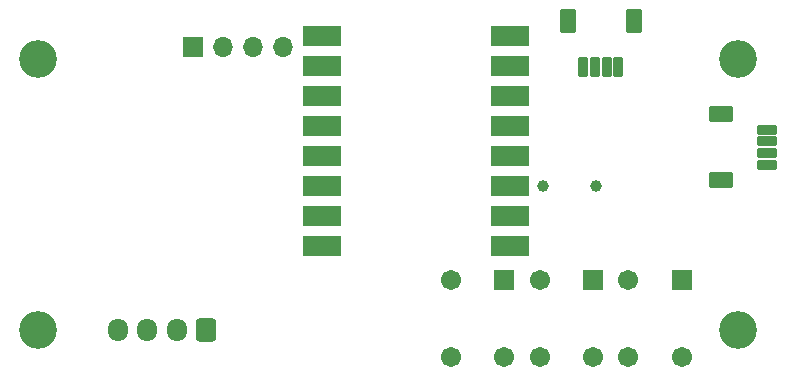
<source format=gbr>
%TF.GenerationSoftware,KiCad,Pcbnew,8.0.3*%
%TF.CreationDate,2024-10-26T21:30:25-07:00*%
%TF.ProjectId,oled_controller,6f6c6564-5f63-46f6-9e74-726f6c6c6572,rev?*%
%TF.SameCoordinates,Original*%
%TF.FileFunction,Soldermask,Bot*%
%TF.FilePolarity,Negative*%
%FSLAX46Y46*%
G04 Gerber Fmt 4.6, Leading zero omitted, Abs format (unit mm)*
G04 Created by KiCad (PCBNEW 8.0.3) date 2024-10-26 21:30:25*
%MOMM*%
%LPD*%
G01*
G04 APERTURE LIST*
G04 Aperture macros list*
%AMRoundRect*
0 Rectangle with rounded corners*
0 $1 Rounding radius*
0 $2 $3 $4 $5 $6 $7 $8 $9 X,Y pos of 4 corners*
0 Add a 4 corners polygon primitive as box body*
4,1,4,$2,$3,$4,$5,$6,$7,$8,$9,$2,$3,0*
0 Add four circle primitives for the rounded corners*
1,1,$1+$1,$2,$3*
1,1,$1+$1,$4,$5*
1,1,$1+$1,$6,$7*
1,1,$1+$1,$8,$9*
0 Add four rect primitives between the rounded corners*
20,1,$1+$1,$2,$3,$4,$5,0*
20,1,$1+$1,$4,$5,$6,$7,0*
20,1,$1+$1,$6,$7,$8,$9,0*
20,1,$1+$1,$8,$9,$2,$3,0*%
G04 Aperture macros list end*
%ADD10C,1.000000*%
%ADD11RoundRect,0.102000X1.512500X0.762000X-1.512500X0.762000X-1.512500X-0.762000X1.512500X-0.762000X0*%
%ADD12RoundRect,0.102000X-0.600000X-0.900000X0.600000X-0.900000X0.600000X0.900000X-0.600000X0.900000X0*%
%ADD13RoundRect,0.102000X-0.300000X-0.775000X0.300000X-0.775000X0.300000X0.775000X-0.300000X0.775000X0*%
%ADD14C,3.200000*%
%ADD15RoundRect,0.102000X-0.754000X0.754000X-0.754000X-0.754000X0.754000X-0.754000X0.754000X0.754000X0*%
%ADD16C,1.712000*%
%ADD17R,1.700000X1.700000*%
%ADD18O,1.700000X1.700000*%
%ADD19RoundRect,0.250000X0.600000X0.725000X-0.600000X0.725000X-0.600000X-0.725000X0.600000X-0.725000X0*%
%ADD20O,1.700000X1.950000*%
%ADD21RoundRect,0.102000X0.775000X-0.300000X0.775000X0.300000X-0.775000X0.300000X-0.775000X-0.300000X0*%
%ADD22RoundRect,0.102000X0.900000X-0.600000X0.900000X0.600000X-0.900000X0.600000X-0.900000X-0.600000X0*%
G04 APERTURE END LIST*
D10*
%TO.C,S1*%
X97000000Y-65250000D03*
X101500000Y-65250000D03*
%TD*%
D11*
%TO.C,U3*%
X78280000Y-70370000D03*
X78280000Y-67830000D03*
X78280000Y-65290000D03*
X78280000Y-62750000D03*
X78280000Y-60210000D03*
X78280000Y-57670000D03*
X78280000Y-55130000D03*
X78280000Y-52590000D03*
X94250000Y-70370000D03*
X94250000Y-67830000D03*
X94250000Y-65290000D03*
X94250000Y-62750000D03*
X94250000Y-60210000D03*
X94250000Y-57670000D03*
X94250000Y-55130000D03*
X94250000Y-52590000D03*
%TD*%
D12*
%TO.C,J6*%
X104700000Y-51300000D03*
X99100000Y-51300000D03*
D13*
X100400000Y-55175000D03*
X101400000Y-55175000D03*
X102400000Y-55175000D03*
X103400000Y-55175000D03*
%TD*%
D14*
%TO.C,H4*%
X113500000Y-77500000D03*
%TD*%
D15*
%TO.C,B1*%
X93750000Y-73250000D03*
D16*
X93750000Y-79750000D03*
X89250000Y-73250000D03*
X89250000Y-79750000D03*
%TD*%
D15*
%TO.C,B2*%
X101250000Y-73250000D03*
D16*
X101250000Y-79750000D03*
X96750000Y-73250000D03*
X96750000Y-79750000D03*
%TD*%
D14*
%TO.C,H2*%
X113500000Y-54500000D03*
%TD*%
D17*
%TO.C,J7*%
X67420000Y-53500000D03*
D18*
X69960000Y-53500000D03*
X72500000Y-53500000D03*
X75040000Y-53500000D03*
%TD*%
D14*
%TO.C,H1*%
X54250000Y-54500000D03*
%TD*%
D15*
%TO.C,B3*%
X108750000Y-73250000D03*
D16*
X108750000Y-79750000D03*
X104250000Y-73250000D03*
X104250000Y-79750000D03*
%TD*%
D14*
%TO.C,H3*%
X54250000Y-77500000D03*
%TD*%
D19*
%TO.C,J2*%
X68500000Y-77500000D03*
D20*
X66000000Y-77500000D03*
X63500000Y-77500000D03*
X61000000Y-77500000D03*
%TD*%
D21*
%TO.C,J5*%
X116000000Y-63500000D03*
X116000000Y-62500000D03*
X116000000Y-61500000D03*
X116000000Y-60500000D03*
D22*
X112125000Y-64800000D03*
X112125000Y-59200000D03*
%TD*%
M02*

</source>
